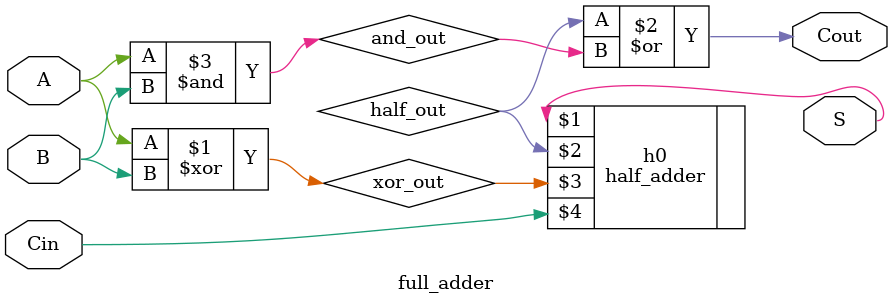
<source format=v>
`include "half_adder.v"

module full_adder (A,B,Cin,Cout,S);

input A, B, Cin;
output Cout, S;
wire xor_out, half_out, and_out;

xor xor0(xor_out,A,B);
or or0(Cout,half_out,and_out);
half_adder h0(S,half_out,xor_out,Cin);
and and0(and_out,A,B);

endmodule
</source>
